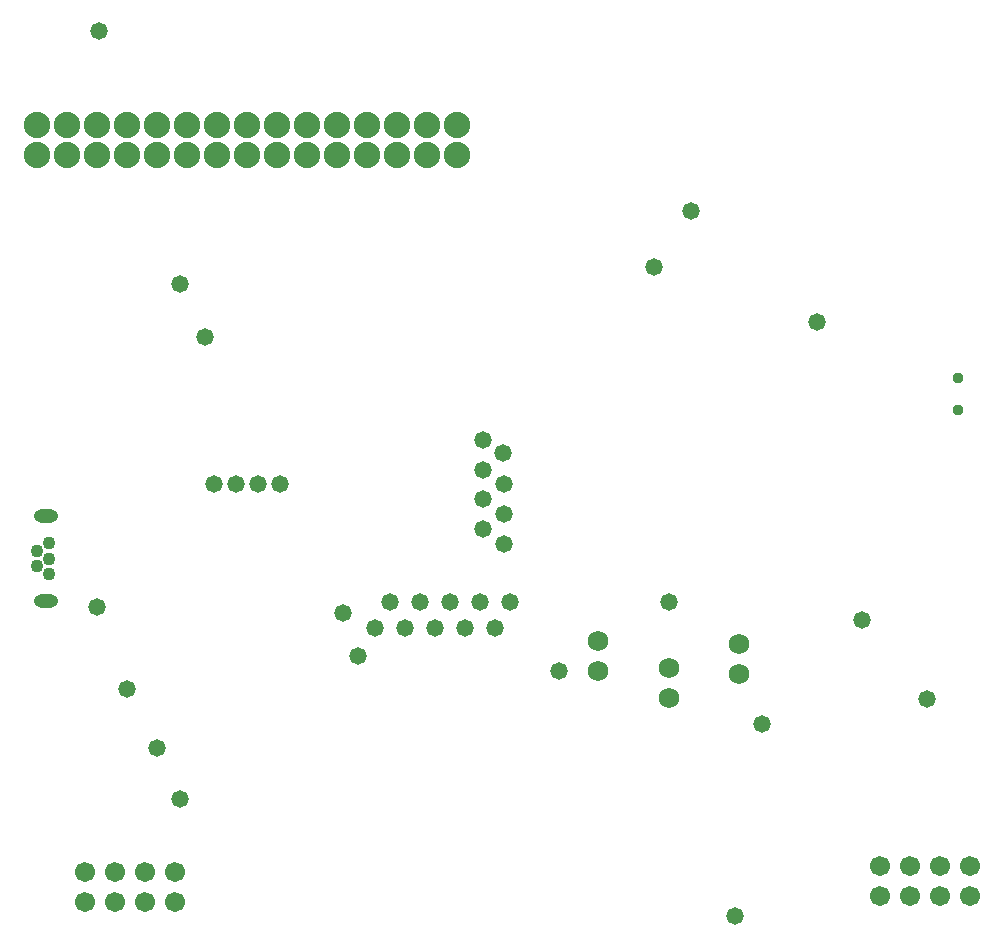
<source format=gbs>
G04*
G04 #@! TF.GenerationSoftware,Altium Limited,Altium Designer,25.3.3 (18)*
G04*
G04 Layer_Color=16711935*
%FSLAX44Y44*%
%MOMM*%
G71*
G04*
G04 #@! TF.SameCoordinates,CF0063C5-59CE-4EC0-ACCE-DCAF0012FED6*
G04*
G04*
G04 #@! TF.FilePolarity,Negative*
G04*
G01*
G75*
%ADD60C,1.7272*%
%ADD61C,1.7018*%
%ADD62C,2.2352*%
%ADD63C,1.1032*%
%ADD64O,2.0532X1.1032*%
%ADD65C,0.9532*%
%ADD66C,1.4732*%
D60*
X497840Y240030D02*
D03*
Y265430D02*
D03*
X617220Y237490D02*
D03*
Y262890D02*
D03*
X557530Y217170D02*
D03*
Y242570D02*
D03*
D61*
X63500Y44450D02*
D03*
X88900D02*
D03*
X114300D02*
D03*
X139700D02*
D03*
X63500Y69850D02*
D03*
X88900D02*
D03*
X114300D02*
D03*
X139700D02*
D03*
X736600Y49530D02*
D03*
X762000D02*
D03*
X787400D02*
D03*
X812800D02*
D03*
X736600Y74930D02*
D03*
X762000D02*
D03*
X787400D02*
D03*
X812800D02*
D03*
D62*
X378460Y676910D02*
D03*
Y702310D02*
D03*
X353060Y676910D02*
D03*
Y702310D02*
D03*
X327660Y676910D02*
D03*
Y702310D02*
D03*
X302260Y676910D02*
D03*
Y702310D02*
D03*
X276860Y676910D02*
D03*
Y702310D02*
D03*
X251460Y676910D02*
D03*
Y702310D02*
D03*
X226060Y676910D02*
D03*
Y702310D02*
D03*
X200660Y676910D02*
D03*
Y702310D02*
D03*
X175260Y676910D02*
D03*
Y702310D02*
D03*
X149860Y676910D02*
D03*
Y702310D02*
D03*
X124460Y676910D02*
D03*
Y702310D02*
D03*
X99060Y676910D02*
D03*
Y702310D02*
D03*
X73660Y676910D02*
D03*
Y702310D02*
D03*
X48260Y676910D02*
D03*
Y702310D02*
D03*
X22860Y676910D02*
D03*
Y702310D02*
D03*
D63*
Y328930D02*
D03*
Y341930D02*
D03*
X32860Y322430D02*
D03*
Y335430D02*
D03*
Y348430D02*
D03*
D64*
X30660Y371180D02*
D03*
Y299680D02*
D03*
D65*
X802640Y488510D02*
D03*
Y461010D02*
D03*
D66*
X124460Y175260D02*
D03*
X721360Y283210D02*
D03*
X410210Y276860D02*
D03*
X294640Y252730D02*
D03*
X281940Y289560D02*
D03*
X636270Y195580D02*
D03*
X557530Y298450D02*
D03*
X613410Y33020D02*
D03*
X143510Y132080D02*
D03*
X775970Y216535D02*
D03*
X143510Y567690D02*
D03*
X165100Y523240D02*
D03*
X172720Y398780D02*
D03*
X191347D02*
D03*
X209973D02*
D03*
X228600D02*
D03*
X308610Y276860D02*
D03*
X74930Y782320D02*
D03*
X545293Y582668D02*
D03*
X346710Y298450D02*
D03*
X372110D02*
D03*
X321310D02*
D03*
X384810Y276860D02*
D03*
X400050Y360680D02*
D03*
X400063Y435597D02*
D03*
X400050Y410633D02*
D03*
X417155Y424802D02*
D03*
X417830Y398780D02*
D03*
Y373380D02*
D03*
X400050Y385657D02*
D03*
X417830Y347980D02*
D03*
X683260Y535940D02*
D03*
X576580Y629920D02*
D03*
X99060Y224790D02*
D03*
X464820Y240030D02*
D03*
X73660Y294640D02*
D03*
X422910Y298450D02*
D03*
X397510D02*
D03*
X359410Y276860D02*
D03*
X334010D02*
D03*
M02*

</source>
